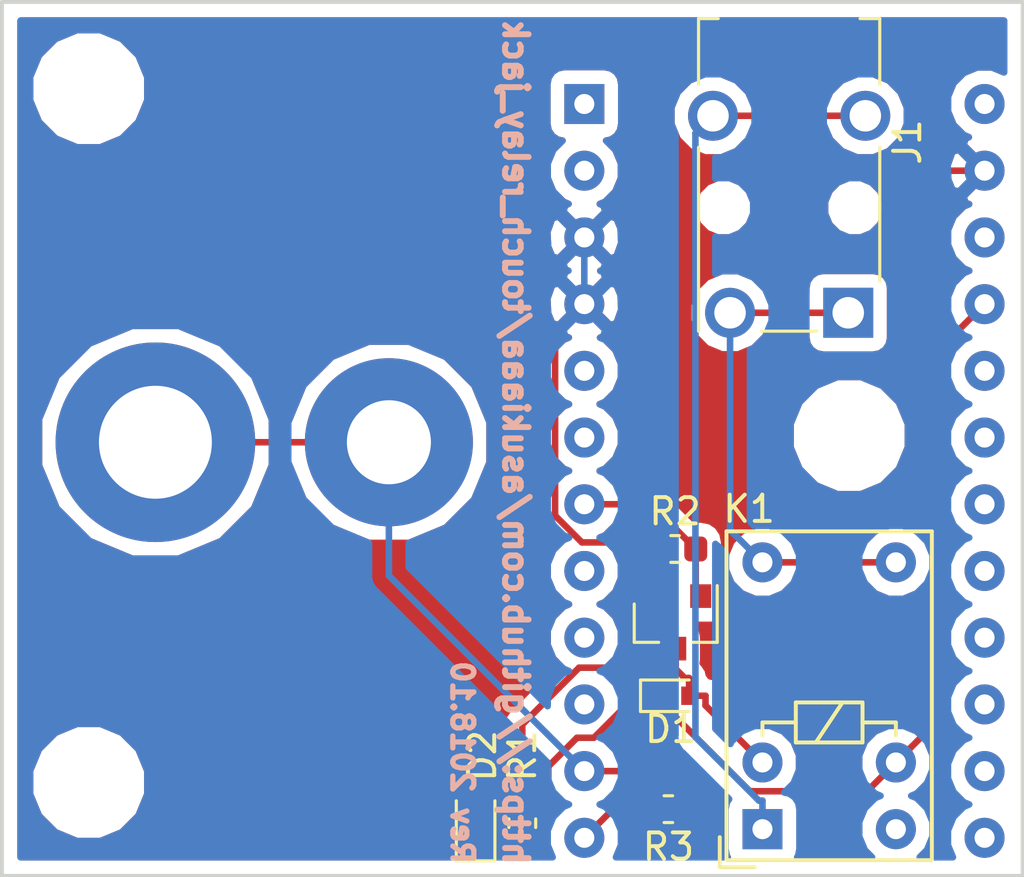
<source format=kicad_pcb>
(kicad_pcb (version 20171130) (host pcbnew 5.0.1-33cea8e~66~ubuntu18.04.1)

  (general
    (thickness 1.6)
    (drawings 6)
    (tracks 62)
    (zones 0)
    (modules 14)
    (nets 28)
  )

  (page A4)
  (layers
    (0 F.Cu signal hide)
    (31 B.Cu signal hide)
    (32 B.Adhes user)
    (33 F.Adhes user)
    (34 B.Paste user)
    (35 F.Paste user)
    (36 B.SilkS user)
    (37 F.SilkS user)
    (38 B.Mask user)
    (39 F.Mask user)
    (40 Dwgs.User user)
    (41 Cmts.User user)
    (42 Eco1.User user)
    (43 Eco2.User user)
    (44 Edge.Cuts user)
    (45 Margin user)
    (46 B.CrtYd user)
    (47 F.CrtYd user)
    (48 B.Fab user)
    (49 F.Fab user)
  )

  (setup
    (last_trace_width 0.25)
    (trace_clearance 0.2)
    (zone_clearance 0.508)
    (zone_45_only no)
    (trace_min 0.2)
    (segment_width 0.2)
    (edge_width 0.15)
    (via_size 0.8)
    (via_drill 0.4)
    (via_min_size 0.4)
    (via_min_drill 0.3)
    (uvia_size 0.3)
    (uvia_drill 0.1)
    (uvias_allowed no)
    (uvia_min_size 0.2)
    (uvia_min_drill 0.1)
    (pcb_text_width 0.3)
    (pcb_text_size 1.5 1.5)
    (mod_edge_width 0.15)
    (mod_text_size 1 1)
    (mod_text_width 0.15)
    (pad_size 1.524 1.524)
    (pad_drill 0.762)
    (pad_to_mask_clearance 0.051)
    (solder_mask_min_width 0.25)
    (aux_axis_origin 0 0)
    (visible_elements FFFFFF7F)
    (pcbplotparams
      (layerselection 0x010fc_ffffffff)
      (usegerberextensions false)
      (usegerberattributes false)
      (usegerberadvancedattributes false)
      (creategerberjobfile false)
      (excludeedgelayer true)
      (linewidth 0.100000)
      (plotframeref false)
      (viasonmask false)
      (mode 1)
      (useauxorigin false)
      (hpglpennumber 1)
      (hpglpenspeed 20)
      (hpglpendiameter 15.000000)
      (psnegative false)
      (psa4output false)
      (plotreference true)
      (plotvalue true)
      (plotinvisibletext false)
      (padsonsilk false)
      (subtractmaskfromsilk false)
      (outputformat 1)
      (mirror false)
      (drillshape 1)
      (scaleselection 1)
      (outputdirectory ""))
  )

  (net 0 "")
  (net 1 "Net-(A1-Pad1)")
  (net 2 "Net-(A1-Pad2)")
  (net 3 GND)
  (net 4 "Net-(A1-Pad5)")
  (net 5 "Net-(A1-Pad6)")
  (net 6 Relay)
  (net 7 "Net-(A1-Pad8)")
  (net 8 "Net-(A1-Pad9)")
  (net 9 "Net-(A1-Pad10)")
  (net 10 "Net-(A1-Pad11)")
  (net 11 "Net-(A1-Pad12)")
  (net 12 "Net-(A1-Pad13)")
  (net 13 "Net-(A1-Pad14)")
  (net 14 "Net-(A1-Pad15)")
  (net 15 "Net-(A1-Pad16)")
  (net 16 "Net-(A1-Pad17)")
  (net 17 "Net-(A1-Pad18)")
  (net 18 "Net-(A1-Pad19)")
  (net 19 "Net-(A1-Pad20)")
  (net 20 +5V)
  (net 21 "Net-(A1-Pad22)")
  (net 22 "Net-(A1-Pad24)")
  (net 23 "Net-(D1-Pad2)")
  (net 24 "Net-(J1-PadT)")
  (net 25 "Net-(J1-PadR)")
  (net 26 "Net-(K1-Pad2)")
  (net 27 "Net-(D2-Pad1)")

  (net_class Default "This is the default net class."
    (clearance 0.2)
    (trace_width 0.25)
    (via_dia 0.8)
    (via_drill 0.4)
    (uvia_dia 0.3)
    (uvia_drill 0.1)
    (add_net +5V)
    (add_net GND)
    (add_net "Net-(A1-Pad1)")
    (add_net "Net-(A1-Pad10)")
    (add_net "Net-(A1-Pad11)")
    (add_net "Net-(A1-Pad12)")
    (add_net "Net-(A1-Pad13)")
    (add_net "Net-(A1-Pad14)")
    (add_net "Net-(A1-Pad15)")
    (add_net "Net-(A1-Pad16)")
    (add_net "Net-(A1-Pad17)")
    (add_net "Net-(A1-Pad18)")
    (add_net "Net-(A1-Pad19)")
    (add_net "Net-(A1-Pad2)")
    (add_net "Net-(A1-Pad20)")
    (add_net "Net-(A1-Pad22)")
    (add_net "Net-(A1-Pad24)")
    (add_net "Net-(A1-Pad5)")
    (add_net "Net-(A1-Pad6)")
    (add_net "Net-(A1-Pad8)")
    (add_net "Net-(A1-Pad9)")
    (add_net "Net-(D1-Pad2)")
    (add_net "Net-(D2-Pad1)")
    (add_net "Net-(J1-PadR)")
    (add_net "Net-(J1-PadT)")
    (add_net "Net-(K1-Pad2)")
    (add_net Relay)
  )

  (module Module:Pro_Micro (layer F.Cu) (tedit 5BC6DDD4) (tstamp 5BD34D96)
    (at 112.851 101.421)
    (path /5BC6F1D0)
    (fp_text reference A1 (at 0 -17.78) (layer F.SilkS) hide
      (effects (font (size 1 1) (thickness 0.15)))
    )
    (fp_text value Pro_Micro (at 0 -19.05) (layer F.Fab)
      (effects (font (size 1 1) (thickness 0.15)))
    )
    (fp_line (start -8.89 16.51) (end -8.89 -16.51) (layer F.Fab) (width 0.15))
    (fp_line (start -8.89 -16.51) (end 8.89 -16.51) (layer F.Fab) (width 0.15))
    (fp_line (start 8.89 -16.51) (end 8.89 16.51) (layer F.Fab) (width 0.15))
    (fp_line (start 8.89 16.51) (end -8.89 16.51) (layer F.Fab) (width 0.15))
    (pad 1 thru_hole rect (at -7.62 -12.7) (size 1.524 1.524) (drill 0.762) (layers *.Cu *.Mask)
      (net 1 "Net-(A1-Pad1)"))
    (pad 2 thru_hole circle (at -7.62 -10.16) (size 1.524 1.524) (drill 0.762) (layers *.Cu *.Mask)
      (net 2 "Net-(A1-Pad2)"))
    (pad 3 thru_hole circle (at -7.62 -7.62) (size 1.524 1.524) (drill 0.762) (layers *.Cu *.Mask)
      (net 3 GND))
    (pad 4 thru_hole circle (at -7.62 -5.08) (size 1.524 1.524) (drill 0.762) (layers *.Cu *.Mask)
      (net 3 GND))
    (pad 5 thru_hole circle (at -7.62 -2.54) (size 1.524 1.524) (drill 0.762) (layers *.Cu *.Mask)
      (net 4 "Net-(A1-Pad5)"))
    (pad 6 thru_hole circle (at -7.62 0) (size 1.524 1.524) (drill 0.762) (layers *.Cu *.Mask)
      (net 5 "Net-(A1-Pad6)"))
    (pad 7 thru_hole circle (at -7.62 2.54) (size 1.524 1.524) (drill 0.762) (layers *.Cu *.Mask)
      (net 6 Relay))
    (pad 8 thru_hole circle (at -7.62 5.08) (size 1.524 1.524) (drill 0.762) (layers *.Cu *.Mask)
      (net 7 "Net-(A1-Pad8)"))
    (pad 9 thru_hole circle (at -7.62 7.62) (size 1.524 1.524) (drill 0.762) (layers *.Cu *.Mask)
      (net 8 "Net-(A1-Pad9)"))
    (pad 10 thru_hole circle (at -7.62 10.16) (size 1.524 1.524) (drill 0.762) (layers *.Cu *.Mask)
      (net 9 "Net-(A1-Pad10)"))
    (pad 11 thru_hole circle (at -7.62 12.7) (size 1.524 1.524) (drill 0.762) (layers *.Cu *.Mask)
      (net 10 "Net-(A1-Pad11)"))
    (pad 12 thru_hole circle (at -7.62 15.24) (size 1.524 1.524) (drill 0.762) (layers *.Cu *.Mask)
      (net 11 "Net-(A1-Pad12)"))
    (pad 13 thru_hole circle (at 7.62 15.24) (size 1.524 1.524) (drill 0.762) (layers *.Cu *.Mask)
      (net 12 "Net-(A1-Pad13)"))
    (pad 14 thru_hole circle (at 7.62 12.7) (size 1.524 1.524) (drill 0.762) (layers *.Cu *.Mask)
      (net 13 "Net-(A1-Pad14)"))
    (pad 15 thru_hole circle (at 7.62 10.16) (size 1.524 1.524) (drill 0.762) (layers *.Cu *.Mask)
      (net 14 "Net-(A1-Pad15)"))
    (pad 16 thru_hole circle (at 7.62 7.62) (size 1.524 1.524) (drill 0.762) (layers *.Cu *.Mask)
      (net 15 "Net-(A1-Pad16)"))
    (pad 17 thru_hole circle (at 7.62 5.08) (size 1.524 1.524) (drill 0.762) (layers *.Cu *.Mask)
      (net 16 "Net-(A1-Pad17)"))
    (pad 18 thru_hole circle (at 7.62 2.54) (size 1.524 1.524) (drill 0.762) (layers *.Cu *.Mask)
      (net 17 "Net-(A1-Pad18)"))
    (pad 19 thru_hole circle (at 7.62 0) (size 1.524 1.524) (drill 0.762) (layers *.Cu *.Mask)
      (net 18 "Net-(A1-Pad19)"))
    (pad 20 thru_hole circle (at 7.62 -2.54) (size 1.524 1.524) (drill 0.762) (layers *.Cu *.Mask)
      (net 19 "Net-(A1-Pad20)"))
    (pad 21 thru_hole circle (at 7.62 -5.08) (size 1.524 1.524) (drill 0.762) (layers *.Cu *.Mask)
      (net 20 +5V))
    (pad 22 thru_hole circle (at 7.62 -7.62) (size 1.524 1.524) (drill 0.762) (layers *.Cu *.Mask)
      (net 21 "Net-(A1-Pad22)"))
    (pad 23 thru_hole circle (at 7.62 -10.16) (size 1.524 1.524) (drill 0.762) (layers *.Cu *.Mask)
      (net 3 GND))
    (pad 24 thru_hole circle (at 7.62 -12.7) (size 1.524 1.524) (drill 0.762) (layers *.Cu *.Mask)
      (net 22 "Net-(A1-Pad24)"))
  )

  (module Diode_SMD:D_SOD-523 (layer F.Cu) (tedit 586419F0) (tstamp 5BD34DAE)
    (at 108.52 111.252)
    (descr "http://www.diodes.com/datasheets/ap02001.pdf p.144")
    (tags "Diode SOD523")
    (path /5BC71B93)
    (attr smd)
    (fp_text reference D1 (at 0 1.27) (layer F.SilkS)
      (effects (font (size 1 1) (thickness 0.15)))
    )
    (fp_text value D_Shockley (at 0 1.4) (layer F.Fab)
      (effects (font (size 1 1) (thickness 0.15)))
    )
    (fp_text user %R (at 0 -1.3) (layer F.Fab)
      (effects (font (size 1 1) (thickness 0.15)))
    )
    (fp_line (start -1.15 -0.6) (end -1.15 0.6) (layer F.SilkS) (width 0.12))
    (fp_line (start 1.25 -0.7) (end 1.25 0.7) (layer F.CrtYd) (width 0.05))
    (fp_line (start -1.25 -0.7) (end 1.25 -0.7) (layer F.CrtYd) (width 0.05))
    (fp_line (start -1.25 0.7) (end -1.25 -0.7) (layer F.CrtYd) (width 0.05))
    (fp_line (start 1.25 0.7) (end -1.25 0.7) (layer F.CrtYd) (width 0.05))
    (fp_line (start 0.1 0) (end 0.25 0) (layer F.Fab) (width 0.1))
    (fp_line (start 0.1 -0.2) (end -0.2 0) (layer F.Fab) (width 0.1))
    (fp_line (start 0.1 0.2) (end 0.1 -0.2) (layer F.Fab) (width 0.1))
    (fp_line (start -0.2 0) (end 0.1 0.2) (layer F.Fab) (width 0.1))
    (fp_line (start -0.2 0) (end -0.35 0) (layer F.Fab) (width 0.1))
    (fp_line (start -0.2 0.2) (end -0.2 -0.2) (layer F.Fab) (width 0.1))
    (fp_line (start 0.65 -0.45) (end 0.65 0.45) (layer F.Fab) (width 0.1))
    (fp_line (start -0.65 -0.45) (end 0.65 -0.45) (layer F.Fab) (width 0.1))
    (fp_line (start -0.65 0.45) (end -0.65 -0.45) (layer F.Fab) (width 0.1))
    (fp_line (start 0.65 0.45) (end -0.65 0.45) (layer F.Fab) (width 0.1))
    (fp_line (start 0.7 -0.6) (end -1.15 -0.6) (layer F.SilkS) (width 0.12))
    (fp_line (start 0.7 0.6) (end -1.15 0.6) (layer F.SilkS) (width 0.12))
    (pad 2 smd rect (at 0.7 0 180) (size 0.6 0.7) (layers F.Cu F.Paste F.Mask)
      (net 23 "Net-(D1-Pad2)"))
    (pad 1 smd rect (at -0.7 0 180) (size 0.6 0.7) (layers F.Cu F.Paste F.Mask)
      (net 20 +5V))
    (model ${KISYS3DMOD}/Diode_SMD.3dshapes/D_SOD-523.wrl
      (at (xyz 0 0 0))
      (scale (xyz 1 1 1))
      (rotate (xyz 0 0 0))
    )
  )

  (module LED_SMD:LED_0603_1608Metric (layer F.Cu) (tedit 5B301BBE) (tstamp 5BD34DC1)
    (at 101.092 116.052 90)
    (descr "LED SMD 0603 (1608 Metric), square (rectangular) end terminal, IPC_7351 nominal, (Body size source: http://www.tortai-tech.com/upload/download/2011102023233369053.pdf), generated with kicad-footprint-generator")
    (tags diode)
    (path /5BC71D06)
    (attr smd)
    (fp_text reference D2 (at 2.5145 0.254 90) (layer F.SilkS)
      (effects (font (size 1 1) (thickness 0.15)))
    )
    (fp_text value LED (at 0 1.43 90) (layer F.Fab)
      (effects (font (size 1 1) (thickness 0.15)))
    )
    (fp_line (start 0.8 -0.4) (end -0.5 -0.4) (layer F.Fab) (width 0.1))
    (fp_line (start -0.5 -0.4) (end -0.8 -0.1) (layer F.Fab) (width 0.1))
    (fp_line (start -0.8 -0.1) (end -0.8 0.4) (layer F.Fab) (width 0.1))
    (fp_line (start -0.8 0.4) (end 0.8 0.4) (layer F.Fab) (width 0.1))
    (fp_line (start 0.8 0.4) (end 0.8 -0.4) (layer F.Fab) (width 0.1))
    (fp_line (start 0.8 -0.735) (end -1.485 -0.735) (layer F.SilkS) (width 0.12))
    (fp_line (start -1.485 -0.735) (end -1.485 0.735) (layer F.SilkS) (width 0.12))
    (fp_line (start -1.485 0.735) (end 0.8 0.735) (layer F.SilkS) (width 0.12))
    (fp_line (start -1.48 0.73) (end -1.48 -0.73) (layer F.CrtYd) (width 0.05))
    (fp_line (start -1.48 -0.73) (end 1.48 -0.73) (layer F.CrtYd) (width 0.05))
    (fp_line (start 1.48 -0.73) (end 1.48 0.73) (layer F.CrtYd) (width 0.05))
    (fp_line (start 1.48 0.73) (end -1.48 0.73) (layer F.CrtYd) (width 0.05))
    (fp_text user %R (at 0 0 90) (layer F.Fab)
      (effects (font (size 0.4 0.4) (thickness 0.06)))
    )
    (pad 1 smd roundrect (at -0.7875 0 90) (size 0.875 0.95) (layers F.Cu F.Paste F.Mask) (roundrect_rratio 0.25)
      (net 27 "Net-(D2-Pad1)"))
    (pad 2 smd roundrect (at 0.7875 0 90) (size 0.875 0.95) (layers F.Cu F.Paste F.Mask) (roundrect_rratio 0.25)
      (net 20 +5V))
    (model ${KISYS3DMOD}/LED_SMD.3dshapes/LED_0603_1608Metric.wrl
      (at (xyz 0 0 0))
      (scale (xyz 1 1 1))
      (rotate (xyz 0 0 0))
    )
  )

  (module MountingHole:MountingHole_4.3mm_M4_ISO7380_Pad (layer F.Cu) (tedit 5BC6DDCD) (tstamp 5BD34DC9)
    (at 88.9 101.6)
    (descr "Mounting Hole 4.3mm, M4, ISO7380")
    (tags "mounting hole 4.3mm m4 iso7380")
    (path /5BC772E4)
    (attr virtual)
    (fp_text reference H1 (at 0 -4.8) (layer F.SilkS) hide
      (effects (font (size 1 1) (thickness 0.15)))
    )
    (fp_text value M4Hole (at 0 4.8) (layer F.Fab)
      (effects (font (size 1 1) (thickness 0.15)))
    )
    (fp_text user %R (at 0.3 0) (layer F.Fab)
      (effects (font (size 1 1) (thickness 0.15)))
    )
    (fp_circle (center 0 0) (end 3.8 0) (layer Cmts.User) (width 0.15))
    (fp_circle (center 0 0) (end 4.05 0) (layer F.CrtYd) (width 0.05))
    (pad 1 thru_hole circle (at 0 0) (size 7.6 7.6) (drill 4.3) (layers *.Cu *.Mask)
      (net 10 "Net-(A1-Pad11)"))
  )

  (module Connector_Audio:Jack_3.5mm_Switronic_ST-005-G_horizontal (layer F.Cu) (tedit 5BC484D9) (tstamp 5BD34DE8)
    (at 113.03 90.17 270)
    (descr http://akizukidenshi.com/download/ds/switronic/ST-005-G.pdf)
    (tags "Connector Audio Switronic ST-005-G")
    (path /5BC6F2BC)
    (fp_text reference J1 (at 0 -4.5 270) (layer F.SilkS)
      (effects (font (size 1 1) (thickness 0.15)))
    )
    (fp_text value AudioJack3_Ground (at 0 4.5 270) (layer F.Fab)
      (effects (font (size 1 1) (thickness 0.15)))
    )
    (fp_circle (center 6.5 -1.05) (end 6.8 -1.05) (layer F.Fab) (width 0.1))
    (fp_line (start -7.5 -3.75) (end -7.5 3.75) (layer F.CrtYd) (width 0.05))
    (fp_line (start -7.5 3.75) (end 7.5 3.75) (layer F.CrtYd) (width 0.05))
    (fp_line (start 7.5 3.75) (end 7.5 -3.75) (layer F.CrtYd) (width 0.05))
    (fp_line (start 7.5 -3.75) (end -7.5 -3.75) (layer F.CrtYd) (width 0.05))
    (fp_line (start -7 -2.5) (end -4.5 -2.5) (layer F.Fab) (width 0.1))
    (fp_line (start -4.5 -2.5) (end -4.5 -3.25) (layer F.Fab) (width 0.1))
    (fp_line (start -4.5 -3.25) (end 7 -3.25) (layer F.Fab) (width 0.1))
    (fp_line (start 7 -3.25) (end 7 3.25) (layer F.Fab) (width 0.1))
    (fp_line (start 7 3.25) (end -4.5 3.25) (layer F.Fab) (width 0.1))
    (fp_line (start -4.5 3.25) (end -4.5 2.5) (layer F.Fab) (width 0.1))
    (fp_line (start -4.5 2.5) (end -7 2.5) (layer F.Fab) (width 0.1))
    (fp_line (start -7 2.5) (end -7 -2.5) (layer F.Fab) (width 0.1))
    (fp_line (start -2.2 3.45) (end -4.7 3.45) (layer F.SilkS) (width 0.12))
    (fp_line (start -4.7 3.45) (end -4.7 2.7) (layer F.SilkS) (width 0.12))
    (fp_line (start -4.7 -2.7) (end -4.7 -3.45) (layer F.SilkS) (width 0.12))
    (fp_line (start -4.7 -3.45) (end -2.2 -3.45) (layer F.SilkS) (width 0.12))
    (fp_line (start 0.2 -3.45) (end 5.3 -3.45) (layer F.SilkS) (width 0.12))
    (fp_line (start 0.2 3.45) (end 7.2 3.45) (layer F.SilkS) (width 0.12))
    (fp_line (start 7.2 -1.05) (end 7.2 1.05) (layer F.SilkS) (width 0.12))
    (fp_text user %R (at 0 0 270) (layer F.Fab)
      (effects (font (size 0.7 0.7) (thickness 0.1)))
    )
    (pad T thru_hole circle (at -1 -2.9 270) (size 1.9 1.9) (drill 1.2) (layers *.Cu *.Mask)
      (net 24 "Net-(J1-PadT)"))
    (pad T thru_hole circle (at -1 2.9 270) (size 1.9 1.9) (drill 1.2) (layers *.Cu *.Mask)
      (net 24 "Net-(J1-PadT)"))
    (pad R thru_hole rect (at 6.5 -2.25 270) (size 1.9 1.9) (drill 1.2) (layers *.Cu *.Mask)
      (net 25 "Net-(J1-PadR)"))
    (pad S thru_hole circle (at 6.5 2.25 270) (size 1.9 1.9) (drill 1.2) (layers *.Cu *.Mask)
      (net 25 "Net-(J1-PadR)"))
    (pad "" np_thru_hole circle (at 2.5 2.5 270) (size 1 1) (drill 1) (layers *.Cu *.Mask))
    (pad "" np_thru_hole circle (at 2.5 -2.5 270) (size 1 1) (drill 1) (layers *.Cu *.Mask))
    (model ${KISYS3DMOD}/Connector_Audio.3dshapes/Jack_3.5mm_Switronic_ST-005-G_horizontal.wrl
      (at (xyz 0 0 0))
      (scale (xyz 1 1 1))
      (rotate (xyz 0 0 0))
    )
  )

  (module Relay_THT:Relay_SPDT_HsinDa_Y14 (layer F.Cu) (tedit 5BC6DE0B) (tstamp 5BD34E0B)
    (at 112.014 116.332 90)
    (descr http://www.hsinda.com.cn/en/ProductShow.asp?ID=208)
    (tags "Relay Y14")
    (path /5BC6F376)
    (fp_text reference K1 (at 12.192 -0.508 180) (layer F.SilkS)
      (effects (font (size 1 1) (thickness 0.15)))
    )
    (fp_text value Y14x-1C-xxDS (at 5.08 7.3914 90) (layer F.Fab)
      (effects (font (size 1 1) (thickness 0.15)))
    )
    (fp_line (start -1.18 -1.37) (end -1.18 6.45) (layer F.SilkS) (width 0.15))
    (fp_line (start -1.18 6.45) (end 11.34 6.45) (layer F.SilkS) (width 0.15))
    (fp_line (start 11.34 6.45) (end 11.34 -1.37) (layer F.SilkS) (width 0.15))
    (fp_line (start 11.34 -1.37) (end -1.18 -1.37) (layer F.SilkS) (width 0.15))
    (fp_text user %R (at 7.874 2.54 90) (layer F.Fab)
      (effects (font (size 1 1) (thickness 0.15)))
    )
    (fp_line (start 11.23 6.34) (end -1.07 6.34) (layer F.Fab) (width 0.15))
    (fp_line (start -1.07 6.34) (end -1.07 -0.5461) (layer F.Fab) (width 0.15))
    (fp_line (start -0.381 -1.26) (end 11.23 -1.26) (layer F.Fab) (width 0.15))
    (fp_line (start 11.23 -1.26) (end 11.23 6.34) (layer F.Fab) (width 0.15))
    (fp_line (start 11.48 -1.51) (end -1.32 -1.51) (layer F.CrtYd) (width 0.05))
    (fp_line (start -1.32 -1.51) (end -1.32 6.59) (layer F.CrtYd) (width 0.05))
    (fp_line (start -1.32 6.59) (end 11.48 6.59) (layer F.CrtYd) (width 0.05))
    (fp_line (start 11.48 6.59) (end 11.48 -1.51) (layer F.CrtYd) (width 0.05))
    (fp_line (start -0.381 -1.2446) (end -1.0795 -0.5461) (layer F.Fab) (width 0.15))
    (fp_line (start -0.3048 -1.6256) (end -1.4478 -1.6256) (layer F.SilkS) (width 0.15))
    (fp_line (start -1.4478 -1.6256) (end -1.4478 -0.2921) (layer F.SilkS) (width 0.15))
    (fp_line (start 3.556 0) (end 4.064 0) (layer F.SilkS) (width 0.15))
    (fp_line (start 4.064 0) (end 4.064 1.27) (layer F.SilkS) (width 0.15))
    (fp_line (start 4.064 3.81) (end 4.064 5.08) (layer F.SilkS) (width 0.15))
    (fp_line (start 4.064 5.08) (end 3.556 5.08) (layer F.SilkS) (width 0.15))
    (fp_line (start 3.302 1.27) (end 4.826 1.27) (layer F.SilkS) (width 0.15))
    (fp_line (start 4.826 1.27) (end 4.826 3.81) (layer F.SilkS) (width 0.15))
    (fp_line (start 4.826 3.81) (end 3.302 3.81) (layer F.SilkS) (width 0.15))
    (fp_line (start 3.302 3.81) (end 3.302 1.27) (layer F.SilkS) (width 0.15))
    (fp_line (start 3.302 2.032) (end 4.826 3.048) (layer F.SilkS) (width 0.15))
    (pad 1 thru_hole rect (at 0 0 90) (size 1.524 1.524) (drill 0.762) (layers *.Cu *.Mask)
      (net 24 "Net-(J1-PadT)"))
    (pad 2 thru_hole circle (at 0 5.08 90) (size 1.524 1.524) (drill 0.762) (layers *.Cu *.Mask)
      (net 26 "Net-(K1-Pad2)"))
    (pad 3 thru_hole circle (at 2.54 0 90) (size 1.524 1.524) (drill 0.762) (layers *.Cu *.Mask)
      (net 23 "Net-(D1-Pad2)"))
    (pad 4 thru_hole circle (at 2.54 5.08 90) (size 1.524 1.524) (drill 0.762) (layers *.Cu *.Mask)
      (net 20 +5V))
    (pad 5 thru_hole circle (at 10.16 0 90) (size 1.524 1.524) (drill 0.762) (layers *.Cu *.Mask)
      (net 25 "Net-(J1-PadR)"))
    (pad 6 thru_hole circle (at 10.16 5.08 90) (size 1.524 1.524) (drill 0.762) (layers *.Cu *.Mask)
      (net 25 "Net-(J1-PadR)"))
    (model ${KISYS3DMOD}/Relay_THT.3dshapes/Relay_SPDT_HsinDa_Y14.wrl
      (at (xyz 0 0 0))
      (scale (xyz 1 1 1))
      (rotate (xyz 0 0 0))
    )
  )

  (module Package_TO_SOT_SMD:SOT-23 (layer F.Cu) (tedit 5BC6DDDF) (tstamp 5BD34E20)
    (at 108.712 108.458 270)
    (descr "SOT-23, Standard")
    (tags SOT-23)
    (path /5BC7161B)
    (attr smd)
    (fp_text reference Q1 (at 0 -2.5 270) (layer F.SilkS) hide
      (effects (font (size 1 1) (thickness 0.15)))
    )
    (fp_text value Q_NMOS_GSD (at 0 2.5 270) (layer F.Fab)
      (effects (font (size 1 1) (thickness 0.15)))
    )
    (fp_text user %R (at 0 0) (layer F.Fab)
      (effects (font (size 0.5 0.5) (thickness 0.075)))
    )
    (fp_line (start -0.7 -0.95) (end -0.7 1.5) (layer F.Fab) (width 0.1))
    (fp_line (start -0.15 -1.52) (end 0.7 -1.52) (layer F.Fab) (width 0.1))
    (fp_line (start -0.7 -0.95) (end -0.15 -1.52) (layer F.Fab) (width 0.1))
    (fp_line (start 0.7 -1.52) (end 0.7 1.52) (layer F.Fab) (width 0.1))
    (fp_line (start -0.7 1.52) (end 0.7 1.52) (layer F.Fab) (width 0.1))
    (fp_line (start 0.76 1.58) (end 0.76 0.65) (layer F.SilkS) (width 0.12))
    (fp_line (start 0.76 -1.58) (end 0.76 -0.65) (layer F.SilkS) (width 0.12))
    (fp_line (start -1.7 -1.75) (end 1.7 -1.75) (layer F.CrtYd) (width 0.05))
    (fp_line (start 1.7 -1.75) (end 1.7 1.75) (layer F.CrtYd) (width 0.05))
    (fp_line (start 1.7 1.75) (end -1.7 1.75) (layer F.CrtYd) (width 0.05))
    (fp_line (start -1.7 1.75) (end -1.7 -1.75) (layer F.CrtYd) (width 0.05))
    (fp_line (start 0.76 -1.58) (end -1.4 -1.58) (layer F.SilkS) (width 0.12))
    (fp_line (start 0.76 1.58) (end -0.7 1.58) (layer F.SilkS) (width 0.12))
    (pad 1 smd rect (at -1 -0.95 270) (size 0.9 0.8) (layers F.Cu F.Paste F.Mask)
      (net 6 Relay))
    (pad 2 smd rect (at -1 0.95 270) (size 0.9 0.8) (layers F.Cu F.Paste F.Mask)
      (net 3 GND))
    (pad 3 smd rect (at 1 0 270) (size 0.9 0.8) (layers F.Cu F.Paste F.Mask)
      (net 23 "Net-(D1-Pad2)"))
    (model ${KISYS3DMOD}/Package_TO_SOT_SMD.3dshapes/SOT-23.wrl
      (at (xyz 0 0 0))
      (scale (xyz 1 1 1))
      (rotate (xyz 0 0 0))
    )
  )

  (module Resistor_SMD:R_0603_1608Metric (layer F.Cu) (tedit 5B301BBD) (tstamp 5BD34E31)
    (at 102.87 116.104 270)
    (descr "Resistor SMD 0603 (1608 Metric), square (rectangular) end terminal, IPC_7351 nominal, (Body size source: http://www.tortai-tech.com/upload/download/2011102023233369053.pdf), generated with kicad-footprint-generator")
    (tags resistor)
    (path /5BC71C21)
    (attr smd)
    (fp_text reference R1 (at -2.5655 0 270) (layer F.SilkS)
      (effects (font (size 1 1) (thickness 0.15)))
    )
    (fp_text value 1K (at 0 1.43 270) (layer F.Fab)
      (effects (font (size 1 1) (thickness 0.15)))
    )
    (fp_line (start -0.8 0.4) (end -0.8 -0.4) (layer F.Fab) (width 0.1))
    (fp_line (start -0.8 -0.4) (end 0.8 -0.4) (layer F.Fab) (width 0.1))
    (fp_line (start 0.8 -0.4) (end 0.8 0.4) (layer F.Fab) (width 0.1))
    (fp_line (start 0.8 0.4) (end -0.8 0.4) (layer F.Fab) (width 0.1))
    (fp_line (start -0.162779 -0.51) (end 0.162779 -0.51) (layer F.SilkS) (width 0.12))
    (fp_line (start -0.162779 0.51) (end 0.162779 0.51) (layer F.SilkS) (width 0.12))
    (fp_line (start -1.48 0.73) (end -1.48 -0.73) (layer F.CrtYd) (width 0.05))
    (fp_line (start -1.48 -0.73) (end 1.48 -0.73) (layer F.CrtYd) (width 0.05))
    (fp_line (start 1.48 -0.73) (end 1.48 0.73) (layer F.CrtYd) (width 0.05))
    (fp_line (start 1.48 0.73) (end -1.48 0.73) (layer F.CrtYd) (width 0.05))
    (fp_text user %R (at 0 0 270) (layer F.Fab)
      (effects (font (size 0.4 0.4) (thickness 0.06)))
    )
    (pad 1 smd roundrect (at -0.7875 0 270) (size 0.875 0.95) (layers F.Cu F.Paste F.Mask) (roundrect_rratio 0.25)
      (net 23 "Net-(D1-Pad2)"))
    (pad 2 smd roundrect (at 0.7875 0 270) (size 0.875 0.95) (layers F.Cu F.Paste F.Mask) (roundrect_rratio 0.25)
      (net 27 "Net-(D2-Pad1)"))
    (model ${KISYS3DMOD}/Resistor_SMD.3dshapes/R_0603_1608Metric.wrl
      (at (xyz 0 0 0))
      (scale (xyz 1 1 1))
      (rotate (xyz 0 0 0))
    )
  )

  (module Resistor_SMD:R_0603_1608Metric (layer F.Cu) (tedit 5B301BBD) (tstamp 5BD34E42)
    (at 108.686 105.664)
    (descr "Resistor SMD 0603 (1608 Metric), square (rectangular) end terminal, IPC_7351 nominal, (Body size source: http://www.tortai-tech.com/upload/download/2011102023233369053.pdf), generated with kicad-footprint-generator")
    (tags resistor)
    (path /5BC72565)
    (attr smd)
    (fp_text reference R2 (at 0 -1.43) (layer F.SilkS)
      (effects (font (size 1 1) (thickness 0.15)))
    )
    (fp_text value 1K (at 0 1.43) (layer F.Fab)
      (effects (font (size 1 1) (thickness 0.15)))
    )
    (fp_text user %R (at 0 0) (layer F.Fab)
      (effects (font (size 0.4 0.4) (thickness 0.06)))
    )
    (fp_line (start 1.48 0.73) (end -1.48 0.73) (layer F.CrtYd) (width 0.05))
    (fp_line (start 1.48 -0.73) (end 1.48 0.73) (layer F.CrtYd) (width 0.05))
    (fp_line (start -1.48 -0.73) (end 1.48 -0.73) (layer F.CrtYd) (width 0.05))
    (fp_line (start -1.48 0.73) (end -1.48 -0.73) (layer F.CrtYd) (width 0.05))
    (fp_line (start -0.162779 0.51) (end 0.162779 0.51) (layer F.SilkS) (width 0.12))
    (fp_line (start -0.162779 -0.51) (end 0.162779 -0.51) (layer F.SilkS) (width 0.12))
    (fp_line (start 0.8 0.4) (end -0.8 0.4) (layer F.Fab) (width 0.1))
    (fp_line (start 0.8 -0.4) (end 0.8 0.4) (layer F.Fab) (width 0.1))
    (fp_line (start -0.8 -0.4) (end 0.8 -0.4) (layer F.Fab) (width 0.1))
    (fp_line (start -0.8 0.4) (end -0.8 -0.4) (layer F.Fab) (width 0.1))
    (pad 2 smd roundrect (at 0.7875 0) (size 0.875 0.95) (layers F.Cu F.Paste F.Mask) (roundrect_rratio 0.25)
      (net 6 Relay))
    (pad 1 smd roundrect (at -0.7875 0) (size 0.875 0.95) (layers F.Cu F.Paste F.Mask) (roundrect_rratio 0.25)
      (net 3 GND))
    (model ${KISYS3DMOD}/Resistor_SMD.3dshapes/R_0603_1608Metric.wrl
      (at (xyz 0 0 0))
      (scale (xyz 1 1 1))
      (rotate (xyz 0 0 0))
    )
  )

  (module Resistor_SMD:R_0603_1608Metric (layer F.Cu) (tedit 5B301BBD) (tstamp 5BD34E53)
    (at 108.432 115.57 180)
    (descr "Resistor SMD 0603 (1608 Metric), square (rectangular) end terminal, IPC_7351 nominal, (Body size source: http://www.tortai-tech.com/upload/download/2011102023233369053.pdf), generated with kicad-footprint-generator")
    (tags resistor)
    (path /5BC773B1)
    (attr smd)
    (fp_text reference R3 (at 0 -1.43 180) (layer F.SilkS)
      (effects (font (size 1 1) (thickness 0.15)))
    )
    (fp_text value 1M (at 0 1.43 180) (layer F.Fab)
      (effects (font (size 1 1) (thickness 0.15)))
    )
    (fp_line (start -0.8 0.4) (end -0.8 -0.4) (layer F.Fab) (width 0.1))
    (fp_line (start -0.8 -0.4) (end 0.8 -0.4) (layer F.Fab) (width 0.1))
    (fp_line (start 0.8 -0.4) (end 0.8 0.4) (layer F.Fab) (width 0.1))
    (fp_line (start 0.8 0.4) (end -0.8 0.4) (layer F.Fab) (width 0.1))
    (fp_line (start -0.162779 -0.51) (end 0.162779 -0.51) (layer F.SilkS) (width 0.12))
    (fp_line (start -0.162779 0.51) (end 0.162779 0.51) (layer F.SilkS) (width 0.12))
    (fp_line (start -1.48 0.73) (end -1.48 -0.73) (layer F.CrtYd) (width 0.05))
    (fp_line (start -1.48 -0.73) (end 1.48 -0.73) (layer F.CrtYd) (width 0.05))
    (fp_line (start 1.48 -0.73) (end 1.48 0.73) (layer F.CrtYd) (width 0.05))
    (fp_line (start 1.48 0.73) (end -1.48 0.73) (layer F.CrtYd) (width 0.05))
    (fp_text user %R (at 0 0 180) (layer F.Fab)
      (effects (font (size 0.4 0.4) (thickness 0.06)))
    )
    (pad 1 smd roundrect (at -0.7875 0 180) (size 0.875 0.95) (layers F.Cu F.Paste F.Mask) (roundrect_rratio 0.25)
      (net 10 "Net-(A1-Pad11)"))
    (pad 2 smd roundrect (at 0.7875 0 180) (size 0.875 0.95) (layers F.Cu F.Paste F.Mask) (roundrect_rratio 0.25)
      (net 11 "Net-(A1-Pad12)"))
    (model ${KISYS3DMOD}/Resistor_SMD.3dshapes/R_0603_1608Metric.wrl
      (at (xyz 0 0 0))
      (scale (xyz 1 1 1))
      (rotate (xyz 0 0 0))
    )
  )

  (module MountingHole:MountingHole_3.2mm_M3 (layer F.Cu) (tedit 5BC6DDA4) (tstamp 5BDECD26)
    (at 115.316 101.346)
    (descr "Mounting Hole 3.2mm, no annular, M3")
    (tags "mounting hole 3.2mm no annular m3")
    (attr virtual)
    (fp_text reference REF1 (at 0 -4.2) (layer F.SilkS) hide
      (effects (font (size 1 1) (thickness 0.15)))
    )
    (fp_text value MountingHole_3.2mm_M3 (at 0 4.2) (layer F.Fab)
      (effects (font (size 1 1) (thickness 0.15)))
    )
    (fp_circle (center 0 0) (end 3.45 0) (layer F.CrtYd) (width 0.05))
    (fp_circle (center 0 0) (end 3.2 0) (layer Cmts.User) (width 0.15))
    (fp_text user %R (at 0.3 0) (layer F.Fab)
      (effects (font (size 1 1) (thickness 0.15)))
    )
    (pad 1 np_thru_hole circle (at 0 0) (size 3.2 3.2) (drill 3.2) (layers *.Cu *.Mask))
  )

  (module MountingHole:MountingHole_3.2mm_M3 (layer F.Cu) (tedit 5BC6DDB3) (tstamp 5BDECD58)
    (at 86.36 88.138)
    (descr "Mounting Hole 3.2mm, no annular, M3")
    (tags "mounting hole 3.2mm no annular m3")
    (attr virtual)
    (fp_text reference REF2 (at 0 -4.2) (layer F.SilkS) hide
      (effects (font (size 1 1) (thickness 0.15)))
    )
    (fp_text value MountingHole_3.2mm_M3 (at 0 4.2) (layer F.Fab)
      (effects (font (size 1 1) (thickness 0.15)))
    )
    (fp_circle (center 0 0) (end 3.45 0) (layer F.CrtYd) (width 0.05))
    (fp_circle (center 0 0) (end 3.2 0) (layer Cmts.User) (width 0.15))
    (fp_text user %R (at 0.3 0) (layer F.Fab)
      (effects (font (size 1 1) (thickness 0.15)))
    )
    (pad 1 np_thru_hole circle (at 0 0) (size 3.2 3.2) (drill 3.2) (layers *.Cu *.Mask))
  )

  (module MountingHole:MountingHole_3.2mm_M3 (layer F.Cu) (tedit 5BC6DDAE) (tstamp 5BDECD67)
    (at 86.36 114.554)
    (descr "Mounting Hole 3.2mm, no annular, M3")
    (tags "mounting hole 3.2mm no annular m3")
    (attr virtual)
    (fp_text reference REF3 (at 0 -4.2) (layer F.SilkS) hide
      (effects (font (size 1 1) (thickness 0.15)))
    )
    (fp_text value MountingHole_3.2mm_M3 (at 0 4.2) (layer F.Fab)
      (effects (font (size 1 1) (thickness 0.15)))
    )
    (fp_circle (center 0 0) (end 3.45 0) (layer F.CrtYd) (width 0.05))
    (fp_circle (center 0 0) (end 3.2 0) (layer Cmts.User) (width 0.15))
    (fp_text user %R (at 0.3 0) (layer F.Fab)
      (effects (font (size 1 1) (thickness 0.15)))
    )
    (pad 1 np_thru_hole circle (at 0 0) (size 3.2 3.2) (drill 3.2) (layers *.Cu *.Mask))
  )

  (module MountingHole:MountingHole_3.2mm_M3_Pad (layer F.Cu) (tedit 5BC6E230) (tstamp 5BEA3B33)
    (at 97.79 101.6)
    (descr "Mounting Hole 3.2mm, M3")
    (tags "mounting hole 3.2mm m3")
    (path /5BC6FF48)
    (attr virtual)
    (fp_text reference H2 (at 0 -4.2) (layer F.SilkS) hide
      (effects (font (size 1 1) (thickness 0.15)))
    )
    (fp_text value M3Hole (at 0 4.2) (layer F.Fab)
      (effects (font (size 1 1) (thickness 0.15)))
    )
    (fp_text user %R (at 0.3 0) (layer F.Fab)
      (effects (font (size 1 1) (thickness 0.15)))
    )
    (fp_circle (center 0 0) (end 3.2 0) (layer Cmts.User) (width 0.15))
    (fp_circle (center 0 0) (end 3.45 0) (layer F.CrtYd) (width 0.05))
    (pad 1 thru_hole circle (at 0 0) (size 6.4 6.4) (drill 3.2) (layers *.Cu *.Mask)
      (net 10 "Net-(A1-Pad11)"))
  )

  (gr_text "Rev 2018.10" (at 100.584 113.792 270) (layer B.SilkS)
    (effects (font (size 0.8 0.8) (thickness 0.2)) (justify mirror))
  )
  (gr_text https://github.com/asukiaaa/touch_relay_jack (at 102.616 101.6 270) (layer B.SilkS)
    (effects (font (size 0.9 0.9) (thickness 0.225)) (justify mirror))
  )
  (gr_line (start 121.92 84.836) (end 83.058 84.836) (layer Edge.Cuts) (width 0.15))
  (gr_line (start 121.92 118.11) (end 121.92 84.836) (layer Edge.Cuts) (width 0.15))
  (gr_line (start 83.058 118.11) (end 121.92 118.11) (layer Edge.Cuts) (width 0.15))
  (gr_line (start 83.058 84.836) (end 83.058 118.11) (layer Edge.Cuts) (width 0.15))

  (segment (start 107.762 105.8005) (end 107.8985 105.664) (width 0.25) (layer F.Cu) (net 3))
  (segment (start 107.762 107.458) (end 107.762 105.8005) (width 0.25) (layer F.Cu) (net 3))
  (segment (start 107.762 105.8005) (end 107.3751 105.4136) (width 0.25) (layer F.Cu) (net 3))
  (segment (start 107.3751 105.4136) (end 105.1396 105.4136) (width 0.25) (layer F.Cu) (net 3))
  (segment (start 105.1396 105.4136) (end 104.1187 104.3927) (width 0.25) (layer F.Cu) (net 3))
  (segment (start 104.1187 104.3927) (end 104.1187 97.4533) (width 0.25) (layer F.Cu) (net 3))
  (segment (start 104.1187 97.4533) (end 105.231 96.341) (width 0.25) (layer F.Cu) (net 3))
  (segment (start 105.231 96.341) (end 105.231 93.801) (width 0.25) (layer B.Cu) (net 3))
  (segment (start 120.471 91.261) (end 107.771 91.261) (width 0.25) (layer F.Cu) (net 3))
  (segment (start 107.771 91.261) (end 105.231 93.801) (width 0.25) (layer F.Cu) (net 3))
  (segment (start 109.4735 105.664) (end 107.7705 103.961) (width 0.25) (layer F.Cu) (net 6))
  (segment (start 107.7705 103.961) (end 105.231 103.961) (width 0.25) (layer F.Cu) (net 6))
  (segment (start 109.4735 105.664) (end 109.4735 107.458) (width 0.25) (layer F.Cu) (net 6))
  (segment (start 109.662 107.458) (end 109.4735 107.458) (width 0.25) (layer F.Cu) (net 6))
  (segment (start 97.79 101.6) (end 97.79 106.68) (width 0.25) (layer B.Cu) (net 10))
  (segment (start 97.79 106.68) (end 105.231 114.121) (width 0.25) (layer B.Cu) (net 10))
  (segment (start 109.2195 115.57) (end 107.7705 114.121) (width 0.25) (layer F.Cu) (net 10))
  (segment (start 107.7705 114.121) (end 105.231 114.121) (width 0.25) (layer F.Cu) (net 10))
  (segment (start 97.79 101.6) (end 88.9 101.6) (width 0.25) (layer F.Cu) (net 10))
  (segment (start 107.6445 115.57) (end 106.322 115.57) (width 0.25) (layer F.Cu) (net 11))
  (segment (start 106.322 115.57) (end 105.231 116.661) (width 0.25) (layer F.Cu) (net 11))
  (segment (start 107.82 111.252) (end 107.1947 111.252) (width 0.25) (layer F.Cu) (net 20))
  (segment (start 101.092 115.2645) (end 101.9315 116.104) (width 0.25) (layer F.Cu) (net 20))
  (segment (start 101.9315 116.104) (end 103.3851 116.104) (width 0.25) (layer F.Cu) (net 20))
  (segment (start 103.3851 116.104) (end 103.8609 115.6282) (width 0.25) (layer F.Cu) (net 20))
  (segment (start 103.8609 115.6282) (end 103.8609 113.9429) (width 0.25) (layer F.Cu) (net 20))
  (segment (start 103.8609 113.9429) (end 104.9528 112.851) (width 0.25) (layer F.Cu) (net 20))
  (segment (start 104.9528 112.851) (end 105.5957 112.851) (width 0.25) (layer F.Cu) (net 20))
  (segment (start 105.5957 112.851) (end 107.1947 111.252) (width 0.25) (layer F.Cu) (net 20))
  (segment (start 107.82 111.252) (end 108.4453 111.252) (width 0.25) (layer F.Cu) (net 20))
  (segment (start 117.094 113.792) (end 115.9986 114.8874) (width 0.25) (layer F.Cu) (net 20))
  (segment (start 115.9986 114.8874) (end 111.5336 114.8874) (width 0.25) (layer F.Cu) (net 20))
  (segment (start 111.5336 114.8874) (end 108.4453 111.7991) (width 0.25) (layer F.Cu) (net 20))
  (segment (start 108.4453 111.7991) (end 108.4453 111.252) (width 0.25) (layer F.Cu) (net 20))
  (segment (start 120.471 96.341) (end 118.6181 98.1939) (width 0.25) (layer F.Cu) (net 20))
  (segment (start 118.6181 98.1939) (end 118.6181 112.2679) (width 0.25) (layer F.Cu) (net 20))
  (segment (start 118.6181 112.2679) (end 117.094 113.792) (width 0.25) (layer F.Cu) (net 20))
  (segment (start 109.22 111.252) (end 109.22 110.5767) (width 0.25) (layer F.Cu) (net 23))
  (segment (start 108.712 109.458) (end 108.712 110.2333) (width 0.25) (layer F.Cu) (net 23))
  (segment (start 108.712 110.2333) (end 109.0554 110.5767) (width 0.25) (layer F.Cu) (net 23))
  (segment (start 109.0554 110.5767) (end 109.22 110.5767) (width 0.25) (layer F.Cu) (net 23))
  (segment (start 108.6912 109.458) (end 108.712 109.458) (width 0.25) (layer F.Cu) (net 23))
  (segment (start 108.6912 109.458) (end 107.9867 109.458) (width 0.25) (layer F.Cu) (net 23))
  (segment (start 102.87 115.3165) (end 102.87 112.3457) (width 0.25) (layer F.Cu) (net 23))
  (segment (start 102.87 112.3457) (end 105.0324 110.1833) (width 0.25) (layer F.Cu) (net 23))
  (segment (start 105.0324 110.1833) (end 107.2614 110.1833) (width 0.25) (layer F.Cu) (net 23))
  (segment (start 107.2614 110.1833) (end 107.9867 109.458) (width 0.25) (layer F.Cu) (net 23))
  (segment (start 109.22 111.252) (end 109.8453 111.252) (width 0.25) (layer F.Cu) (net 23))
  (segment (start 112.014 113.792) (end 109.8453 111.6233) (width 0.25) (layer F.Cu) (net 23))
  (segment (start 109.8453 111.6233) (end 109.8453 111.252) (width 0.25) (layer F.Cu) (net 23))
  (segment (start 112.014 116.332) (end 112.014 115.2447) (width 0.25) (layer B.Cu) (net 24))
  (segment (start 112.014 115.2447) (end 111.8781 115.2447) (width 0.25) (layer B.Cu) (net 24))
  (segment (start 111.8781 115.2447) (end 109.4614 112.828) (width 0.25) (layer B.Cu) (net 24))
  (segment (start 109.4614 112.828) (end 109.4614 89.8386) (width 0.25) (layer B.Cu) (net 24))
  (segment (start 109.4614 89.8386) (end 110.13 89.17) (width 0.25) (layer B.Cu) (net 24))
  (segment (start 110.13 89.17) (end 115.93 89.17) (width 0.25) (layer F.Cu) (net 24))
  (segment (start 117.094 106.172) (end 112.014 106.172) (width 0.25) (layer F.Cu) (net 25))
  (segment (start 110.78 96.67) (end 115.28 96.67) (width 0.25) (layer F.Cu) (net 25))
  (segment (start 112.014 106.172) (end 110.78 104.938) (width 0.25) (layer B.Cu) (net 25))
  (segment (start 110.78 104.938) (end 110.78 96.67) (width 0.25) (layer B.Cu) (net 25))
  (segment (start 102.87 116.8915) (end 101.144 116.8915) (width 0.25) (layer F.Cu) (net 27))
  (segment (start 101.144 116.8915) (end 101.092 116.8395) (width 0.25) (layer F.Cu) (net 27))

  (zone (net 3) (net_name GND) (layer F.Cu) (tstamp 0) (hatch edge 0.508)
    (connect_pads (clearance 0.508))
    (min_thickness 0.254)
    (fill yes (arc_segments 16) (thermal_gap 0.508) (thermal_bridge_width 0.508))
    (polygon
      (pts
        (xy 83.058 84.836) (xy 83.058 118.11) (xy 121.92 118.11) (xy 121.92 84.836)
      )
    )
    (filled_polygon
      (pts
        (xy 121.210001 87.515002) (xy 120.748881 87.324) (xy 120.193119 87.324) (xy 119.679663 87.53668) (xy 119.28668 87.929663)
        (xy 119.074 88.443119) (xy 119.074 88.998881) (xy 119.28668 89.512337) (xy 119.679663 89.90532) (xy 119.870647 89.984428)
        (xy 119.739857 90.038603) (xy 119.670392 90.280787) (xy 120.471 91.081395) (xy 120.485143 91.067253) (xy 120.664748 91.246858)
        (xy 120.650605 91.261) (xy 120.664748 91.275143) (xy 120.485143 91.454748) (xy 120.471 91.440605) (xy 119.670392 92.241213)
        (xy 119.739857 92.483397) (xy 119.880393 92.533535) (xy 119.679663 92.61668) (xy 119.28668 93.009663) (xy 119.074 93.523119)
        (xy 119.074 94.078881) (xy 119.28668 94.592337) (xy 119.679663 94.98532) (xy 119.886513 95.071) (xy 119.679663 95.15668)
        (xy 119.28668 95.549663) (xy 119.074 96.063119) (xy 119.074 96.618881) (xy 119.08698 96.650218) (xy 118.13363 97.603569)
        (xy 118.070171 97.645971) (xy 117.902196 97.897364) (xy 117.8581 98.119049) (xy 117.8581 98.119053) (xy 117.843212 98.1939)
        (xy 117.8581 98.268747) (xy 117.8581 104.976398) (xy 117.371881 104.775) (xy 116.816119 104.775) (xy 116.302663 104.98768)
        (xy 115.90968 105.380663) (xy 115.8967 105.412) (xy 113.2113 105.412) (xy 113.19832 105.380663) (xy 112.805337 104.98768)
        (xy 112.291881 104.775) (xy 111.736119 104.775) (xy 111.222663 104.98768) (xy 110.82968 105.380663) (xy 110.617 105.894119)
        (xy 110.617 106.449881) (xy 110.82968 106.963337) (xy 111.222663 107.35632) (xy 111.736119 107.569) (xy 112.291881 107.569)
        (xy 112.805337 107.35632) (xy 113.19832 106.963337) (xy 113.2113 106.932) (xy 115.8967 106.932) (xy 115.90968 106.963337)
        (xy 116.302663 107.35632) (xy 116.816119 107.569) (xy 117.371881 107.569) (xy 117.858101 107.367602) (xy 117.858101 111.953097)
        (xy 117.403218 112.40798) (xy 117.371881 112.395) (xy 116.816119 112.395) (xy 116.302663 112.60768) (xy 115.90968 113.000663)
        (xy 115.697 113.514119) (xy 115.697 114.069881) (xy 115.70998 114.101218) (xy 115.683799 114.1274) (xy 113.387175 114.1274)
        (xy 113.411 114.069881) (xy 113.411 113.514119) (xy 113.19832 113.000663) (xy 112.805337 112.60768) (xy 112.291881 112.395)
        (xy 111.736119 112.395) (xy 111.704782 112.40798) (xy 110.608345 111.311544) (xy 110.620189 111.252) (xy 110.561204 110.955463)
        (xy 110.393229 110.704071) (xy 110.141837 110.536096) (xy 110.023489 110.512555) (xy 109.977809 110.444191) (xy 109.967109 110.437042)
        (xy 109.935904 110.280163) (xy 109.767929 110.028771) (xy 109.739232 110.009596) (xy 109.75944 109.908) (xy 109.75944 109.008)
        (xy 109.710157 108.760235) (xy 109.573316 108.55544) (xy 110.062 108.55544) (xy 110.309765 108.506157) (xy 110.519809 108.365809)
        (xy 110.660157 108.155765) (xy 110.70944 107.908) (xy 110.70944 107.008) (xy 110.660157 106.760235) (xy 110.519809 106.550191)
        (xy 110.363061 106.445454) (xy 110.492505 106.251727) (xy 110.55844 105.92025) (xy 110.55844 105.40775) (xy 110.492505 105.076273)
        (xy 110.304739 104.795261) (xy 110.023727 104.607495) (xy 109.69225 104.54156) (xy 109.425862 104.54156) (xy 108.360831 103.47653)
        (xy 108.318429 103.413071) (xy 108.067037 103.245096) (xy 107.845352 103.201) (xy 107.845347 103.201) (xy 107.7705 103.186112)
        (xy 107.695653 103.201) (xy 106.4283 103.201) (xy 106.41532 103.169663) (xy 106.022337 102.77668) (xy 105.815487 102.691)
        (xy 106.022337 102.60532) (xy 106.41532 102.212337) (xy 106.628 101.698881) (xy 106.628 101.143119) (xy 106.52789 100.901431)
        (xy 113.081 100.901431) (xy 113.081 101.790569) (xy 113.421259 102.612026) (xy 114.049974 103.240741) (xy 114.871431 103.581)
        (xy 115.760569 103.581) (xy 116.582026 103.240741) (xy 117.210741 102.612026) (xy 117.551 101.790569) (xy 117.551 100.901431)
        (xy 117.210741 100.079974) (xy 116.582026 99.451259) (xy 115.760569 99.111) (xy 114.871431 99.111) (xy 114.049974 99.451259)
        (xy 113.421259 100.079974) (xy 113.081 100.901431) (xy 106.52789 100.901431) (xy 106.41532 100.629663) (xy 106.022337 100.23668)
        (xy 105.815487 100.151) (xy 106.022337 100.06532) (xy 106.41532 99.672337) (xy 106.628 99.158881) (xy 106.628 98.603119)
        (xy 106.41532 98.089663) (xy 106.022337 97.69668) (xy 105.831353 97.617572) (xy 105.962143 97.563397) (xy 106.031608 97.321213)
        (xy 105.231 96.520605) (xy 104.430392 97.321213) (xy 104.499857 97.563397) (xy 104.640393 97.613535) (xy 104.439663 97.69668)
        (xy 104.04668 98.089663) (xy 103.834 98.603119) (xy 103.834 99.158881) (xy 104.04668 99.672337) (xy 104.439663 100.06532)
        (xy 104.646513 100.151) (xy 104.439663 100.23668) (xy 104.04668 100.629663) (xy 103.834 101.143119) (xy 103.834 101.698881)
        (xy 104.04668 102.212337) (xy 104.439663 102.60532) (xy 104.646513 102.691) (xy 104.439663 102.77668) (xy 104.04668 103.169663)
        (xy 103.834 103.683119) (xy 103.834 104.238881) (xy 104.04668 104.752337) (xy 104.439663 105.14532) (xy 104.646513 105.231)
        (xy 104.439663 105.31668) (xy 104.04668 105.709663) (xy 103.834 106.223119) (xy 103.834 106.778881) (xy 104.04668 107.292337)
        (xy 104.439663 107.68532) (xy 104.646513 107.771) (xy 104.439663 107.85668) (xy 104.04668 108.249663) (xy 103.834 108.763119)
        (xy 103.834 109.318881) (xy 104.04668 109.832337) (xy 104.17762 109.963277) (xy 102.385528 111.755371) (xy 102.322072 111.797771)
        (xy 102.279672 111.861227) (xy 102.279671 111.861228) (xy 102.154097 112.049163) (xy 102.095112 112.3457) (xy 102.110001 112.420552)
        (xy 102.11 114.412604) (xy 102.001261 114.485261) (xy 101.998373 114.489584) (xy 101.960739 114.433261) (xy 101.679727 114.245495)
        (xy 101.34825 114.17956) (xy 100.83575 114.17956) (xy 100.504273 114.245495) (xy 100.223261 114.433261) (xy 100.035495 114.714273)
        (xy 99.96956 115.04575) (xy 99.96956 115.48325) (xy 100.035495 115.814727) (xy 100.194036 116.052) (xy 100.035495 116.289273)
        (xy 99.96956 116.62075) (xy 99.96956 117.05825) (xy 100.035495 117.389727) (xy 100.042359 117.4) (xy 83.768 117.4)
        (xy 83.768 114.109431) (xy 84.125 114.109431) (xy 84.125 114.998569) (xy 84.465259 115.820026) (xy 85.093974 116.448741)
        (xy 85.915431 116.789) (xy 86.804569 116.789) (xy 87.626026 116.448741) (xy 88.254741 115.820026) (xy 88.595 114.998569)
        (xy 88.595 114.109431) (xy 88.254741 113.287974) (xy 87.626026 112.659259) (xy 86.804569 112.319) (xy 85.915431 112.319)
        (xy 85.093974 112.659259) (xy 84.465259 113.287974) (xy 84.125 114.109431) (xy 83.768 114.109431) (xy 83.768 100.717824)
        (xy 84.465 100.717824) (xy 84.465 102.482176) (xy 85.140188 104.112226) (xy 86.387774 105.359812) (xy 88.017824 106.035)
        (xy 89.782176 106.035) (xy 91.412226 105.359812) (xy 92.659812 104.112226) (xy 93.335 102.482176) (xy 93.335 102.36)
        (xy 93.955 102.36) (xy 93.955 102.362829) (xy 94.538844 103.772353) (xy 95.617647 104.851156) (xy 97.027171 105.435)
        (xy 98.552829 105.435) (xy 99.962353 104.851156) (xy 101.041156 103.772353) (xy 101.625 102.362829) (xy 101.625 100.837171)
        (xy 101.041156 99.427647) (xy 99.962353 98.348844) (xy 98.552829 97.765) (xy 97.027171 97.765) (xy 95.617647 98.348844)
        (xy 94.538844 99.427647) (xy 93.955 100.837171) (xy 93.955 100.84) (xy 93.335 100.84) (xy 93.335 100.717824)
        (xy 92.659812 99.087774) (xy 91.412226 97.840188) (xy 89.782176 97.165) (xy 88.017824 97.165) (xy 86.387774 97.840188)
        (xy 85.140188 99.087774) (xy 84.465 100.717824) (xy 83.768 100.717824) (xy 83.768 96.133302) (xy 103.821856 96.133302)
        (xy 103.849638 96.688368) (xy 104.008603 97.072143) (xy 104.250787 97.141608) (xy 105.051395 96.341) (xy 105.410605 96.341)
        (xy 106.211213 97.141608) (xy 106.453397 97.072143) (xy 106.640144 96.548698) (xy 106.630436 96.354724) (xy 109.195 96.354724)
        (xy 109.195 96.985276) (xy 109.436302 97.56783) (xy 109.88217 98.013698) (xy 110.464724 98.255) (xy 111.095276 98.255)
        (xy 111.67783 98.013698) (xy 112.123698 97.56783) (xy 112.180789 97.43) (xy 113.68256 97.43) (xy 113.68256 97.62)
        (xy 113.731843 97.867765) (xy 113.872191 98.077809) (xy 114.082235 98.218157) (xy 114.33 98.26744) (xy 116.23 98.26744)
        (xy 116.477765 98.218157) (xy 116.687809 98.077809) (xy 116.828157 97.867765) (xy 116.87744 97.62) (xy 116.87744 95.72)
        (xy 116.828157 95.472235) (xy 116.687809 95.262191) (xy 116.477765 95.121843) (xy 116.23 95.07256) (xy 114.33 95.07256)
        (xy 114.082235 95.121843) (xy 113.872191 95.262191) (xy 113.731843 95.472235) (xy 113.68256 95.72) (xy 113.68256 95.91)
        (xy 112.180789 95.91) (xy 112.123698 95.77217) (xy 111.67783 95.326302) (xy 111.095276 95.085) (xy 110.464724 95.085)
        (xy 109.88217 95.326302) (xy 109.436302 95.77217) (xy 109.195 96.354724) (xy 106.630436 96.354724) (xy 106.612362 95.993632)
        (xy 106.453397 95.609857) (xy 106.211213 95.540392) (xy 105.410605 96.341) (xy 105.051395 96.341) (xy 104.250787 95.540392)
        (xy 104.008603 95.609857) (xy 103.821856 96.133302) (xy 83.768 96.133302) (xy 83.768 94.781213) (xy 104.430392 94.781213)
        (xy 104.499857 95.023397) (xy 104.623344 95.067453) (xy 104.499857 95.118603) (xy 104.430392 95.360787) (xy 105.231 96.161395)
        (xy 106.031608 95.360787) (xy 105.962143 95.118603) (xy 105.838656 95.074547) (xy 105.962143 95.023397) (xy 106.031608 94.781213)
        (xy 105.231 93.980605) (xy 104.430392 94.781213) (xy 83.768 94.781213) (xy 83.768 93.593302) (xy 103.821856 93.593302)
        (xy 103.849638 94.148368) (xy 104.008603 94.532143) (xy 104.250787 94.601608) (xy 105.051395 93.801) (xy 105.410605 93.801)
        (xy 106.211213 94.601608) (xy 106.453397 94.532143) (xy 106.640144 94.008698) (xy 106.612362 93.453632) (xy 106.453397 93.069857)
        (xy 106.211213 93.000392) (xy 105.410605 93.801) (xy 105.051395 93.801) (xy 104.250787 93.000392) (xy 104.008603 93.069857)
        (xy 103.821856 93.593302) (xy 83.768 93.593302) (xy 83.768 87.693431) (xy 84.125 87.693431) (xy 84.125 88.582569)
        (xy 84.465259 89.404026) (xy 85.093974 90.032741) (xy 85.915431 90.373) (xy 86.804569 90.373) (xy 87.626026 90.032741)
        (xy 88.254741 89.404026) (xy 88.595 88.582569) (xy 88.595 87.959) (xy 103.82156 87.959) (xy 103.82156 89.483)
        (xy 103.870843 89.730765) (xy 104.011191 89.940809) (xy 104.221235 90.081157) (xy 104.39969 90.116653) (xy 104.04668 90.469663)
        (xy 103.834 90.983119) (xy 103.834 91.538881) (xy 104.04668 92.052337) (xy 104.439663 92.44532) (xy 104.630647 92.524428)
        (xy 104.499857 92.578603) (xy 104.430392 92.820787) (xy 105.231 93.621395) (xy 106.031608 92.820787) (xy 105.962143 92.578603)
        (xy 105.821607 92.528465) (xy 106.022337 92.44532) (xy 106.023423 92.444234) (xy 109.395 92.444234) (xy 109.395 92.895766)
        (xy 109.567793 93.312926) (xy 109.887074 93.632207) (xy 110.304234 93.805) (xy 110.755766 93.805) (xy 111.172926 93.632207)
        (xy 111.492207 93.312926) (xy 111.665 92.895766) (xy 111.665 92.444234) (xy 114.395 92.444234) (xy 114.395 92.895766)
        (xy 114.567793 93.312926) (xy 114.887074 93.632207) (xy 115.304234 93.805) (xy 115.755766 93.805) (xy 116.172926 93.632207)
        (xy 116.492207 93.312926) (xy 116.665 92.895766) (xy 116.665 92.444234) (xy 116.492207 92.027074) (xy 116.172926 91.707793)
        (xy 115.755766 91.535) (xy 115.304234 91.535) (xy 114.887074 91.707793) (xy 114.567793 92.027074) (xy 114.395 92.444234)
        (xy 111.665 92.444234) (xy 111.492207 92.027074) (xy 111.172926 91.707793) (xy 110.755766 91.535) (xy 110.304234 91.535)
        (xy 109.887074 91.707793) (xy 109.567793 92.027074) (xy 109.395 92.444234) (xy 106.023423 92.444234) (xy 106.41532 92.052337)
        (xy 106.628 91.538881) (xy 106.628 91.053302) (xy 119.061856 91.053302) (xy 119.089638 91.608368) (xy 119.248603 91.992143)
        (xy 119.490787 92.061608) (xy 120.291395 91.261) (xy 119.490787 90.460392) (xy 119.248603 90.529857) (xy 119.061856 91.053302)
        (xy 106.628 91.053302) (xy 106.628 90.983119) (xy 106.41532 90.469663) (xy 106.06231 90.116653) (xy 106.240765 90.081157)
        (xy 106.450809 89.940809) (xy 106.591157 89.730765) (xy 106.64044 89.483) (xy 106.64044 88.854724) (xy 108.545 88.854724)
        (xy 108.545 89.485276) (xy 108.786302 90.06783) (xy 109.23217 90.513698) (xy 109.814724 90.755) (xy 110.445276 90.755)
        (xy 111.02783 90.513698) (xy 111.473698 90.06783) (xy 111.530789 89.93) (xy 114.529211 89.93) (xy 114.586302 90.06783)
        (xy 115.03217 90.513698) (xy 115.614724 90.755) (xy 116.245276 90.755) (xy 116.82783 90.513698) (xy 117.273698 90.06783)
        (xy 117.515 89.485276) (xy 117.515 88.854724) (xy 117.273698 88.27217) (xy 116.82783 87.826302) (xy 116.245276 87.585)
        (xy 115.614724 87.585) (xy 115.03217 87.826302) (xy 114.586302 88.27217) (xy 114.529211 88.41) (xy 111.530789 88.41)
        (xy 111.473698 88.27217) (xy 111.02783 87.826302) (xy 110.445276 87.585) (xy 109.814724 87.585) (xy 109.23217 87.826302)
        (xy 108.786302 88.27217) (xy 108.545 88.854724) (xy 106.64044 88.854724) (xy 106.64044 87.959) (xy 106.591157 87.711235)
        (xy 106.450809 87.501191) (xy 106.240765 87.360843) (xy 105.993 87.31156) (xy 104.469 87.31156) (xy 104.221235 87.360843)
        (xy 104.011191 87.501191) (xy 103.870843 87.711235) (xy 103.82156 87.959) (xy 88.595 87.959) (xy 88.595 87.693431)
        (xy 88.254741 86.871974) (xy 87.626026 86.243259) (xy 86.804569 85.903) (xy 85.915431 85.903) (xy 85.093974 86.243259)
        (xy 84.465259 86.871974) (xy 84.125 87.693431) (xy 83.768 87.693431) (xy 83.768 85.546) (xy 121.210001 85.546)
      )
    )
    (filled_polygon
      (pts
        (xy 106.922673 104.829301) (xy 106.826 105.06269) (xy 106.826 105.37825) (xy 106.98475 105.537) (xy 107.7715 105.537)
        (xy 107.7715 105.517) (xy 108.0255 105.517) (xy 108.0255 105.537) (xy 108.0455 105.537) (xy 108.0455 105.791)
        (xy 108.0255 105.791) (xy 108.0255 105.811) (xy 107.7715 105.811) (xy 107.7715 105.791) (xy 106.98475 105.791)
        (xy 106.826 105.94975) (xy 106.826 106.26531) (xy 106.922673 106.498699) (xy 106.947974 106.524) (xy 106.823673 106.648302)
        (xy 106.727 106.881691) (xy 106.727 107.17225) (xy 106.88575 107.331) (xy 107.635 107.331) (xy 107.635 107.311)
        (xy 107.889 107.311) (xy 107.889 107.331) (xy 107.909 107.331) (xy 107.909 107.585) (xy 107.889 107.585)
        (xy 107.889 108.38425) (xy 107.974531 108.469781) (xy 107.854191 108.550191) (xy 107.731451 108.733883) (xy 107.690163 108.742096)
        (xy 107.438771 108.910071) (xy 107.396371 108.973527) (xy 106.946599 109.4233) (xy 106.584748 109.4233) (xy 106.628 109.318881)
        (xy 106.628 108.763119) (xy 106.41532 108.249663) (xy 106.022337 107.85668) (xy 105.815487 107.771) (xy 105.881274 107.74375)
        (xy 106.727 107.74375) (xy 106.727 108.034309) (xy 106.823673 108.267698) (xy 107.002301 108.446327) (xy 107.23569 108.543)
        (xy 107.47625 108.543) (xy 107.635 108.38425) (xy 107.635 107.585) (xy 106.88575 107.585) (xy 106.727 107.74375)
        (xy 105.881274 107.74375) (xy 106.022337 107.68532) (xy 106.41532 107.292337) (xy 106.628 106.778881) (xy 106.628 106.223119)
        (xy 106.41532 105.709663) (xy 106.022337 105.31668) (xy 105.815487 105.231) (xy 106.022337 105.14532) (xy 106.41532 104.752337)
        (xy 106.4283 104.721) (xy 107.030975 104.721)
      )
    )
  )
  (zone (net 3) (net_name GND) (layer B.Cu) (tstamp 0) (hatch edge 0.508)
    (connect_pads (clearance 0.508))
    (min_thickness 0.254)
    (fill yes (arc_segments 16) (thermal_gap 0.508) (thermal_bridge_width 0.508))
    (polygon
      (pts
        (xy 121.92 84.836) (xy 121.92 118.11) (xy 83.058 118.11) (xy 83.058 84.836)
      )
    )
    (filled_polygon
      (pts
        (xy 121.210001 87.515002) (xy 120.748881 87.324) (xy 120.193119 87.324) (xy 119.679663 87.53668) (xy 119.28668 87.929663)
        (xy 119.074 88.443119) (xy 119.074 88.998881) (xy 119.28668 89.512337) (xy 119.679663 89.90532) (xy 119.870647 89.984428)
        (xy 119.739857 90.038603) (xy 119.670392 90.280787) (xy 120.471 91.081395) (xy 120.485143 91.067253) (xy 120.664748 91.246858)
        (xy 120.650605 91.261) (xy 120.664748 91.275143) (xy 120.485143 91.454748) (xy 120.471 91.440605) (xy 119.670392 92.241213)
        (xy 119.739857 92.483397) (xy 119.880393 92.533535) (xy 119.679663 92.61668) (xy 119.28668 93.009663) (xy 119.074 93.523119)
        (xy 119.074 94.078881) (xy 119.28668 94.592337) (xy 119.679663 94.98532) (xy 119.886513 95.071) (xy 119.679663 95.15668)
        (xy 119.28668 95.549663) (xy 119.074 96.063119) (xy 119.074 96.618881) (xy 119.28668 97.132337) (xy 119.679663 97.52532)
        (xy 119.886513 97.611) (xy 119.679663 97.69668) (xy 119.28668 98.089663) (xy 119.074 98.603119) (xy 119.074 99.158881)
        (xy 119.28668 99.672337) (xy 119.679663 100.06532) (xy 119.886513 100.151) (xy 119.679663 100.23668) (xy 119.28668 100.629663)
        (xy 119.074 101.143119) (xy 119.074 101.698881) (xy 119.28668 102.212337) (xy 119.679663 102.60532) (xy 119.886513 102.691)
        (xy 119.679663 102.77668) (xy 119.28668 103.169663) (xy 119.074 103.683119) (xy 119.074 104.238881) (xy 119.28668 104.752337)
        (xy 119.679663 105.14532) (xy 119.886513 105.231) (xy 119.679663 105.31668) (xy 119.28668 105.709663) (xy 119.074 106.223119)
        (xy 119.074 106.778881) (xy 119.28668 107.292337) (xy 119.679663 107.68532) (xy 119.886513 107.771) (xy 119.679663 107.85668)
        (xy 119.28668 108.249663) (xy 119.074 108.763119) (xy 119.074 109.318881) (xy 119.28668 109.832337) (xy 119.679663 110.22532)
        (xy 119.886513 110.311) (xy 119.679663 110.39668) (xy 119.28668 110.789663) (xy 119.074 111.303119) (xy 119.074 111.858881)
        (xy 119.28668 112.372337) (xy 119.679663 112.76532) (xy 119.886513 112.851) (xy 119.679663 112.93668) (xy 119.28668 113.329663)
        (xy 119.074 113.843119) (xy 119.074 114.398881) (xy 119.28668 114.912337) (xy 119.679663 115.30532) (xy 119.886513 115.391)
        (xy 119.679663 115.47668) (xy 119.28668 115.869663) (xy 119.074 116.383119) (xy 119.074 116.938881) (xy 119.265001 117.4)
        (xy 118.001657 117.4) (xy 118.27832 117.123337) (xy 118.491 116.609881) (xy 118.491 116.054119) (xy 118.27832 115.540663)
        (xy 117.885337 115.14768) (xy 117.678487 115.062) (xy 117.885337 114.97632) (xy 118.27832 114.583337) (xy 118.491 114.069881)
        (xy 118.491 113.514119) (xy 118.27832 113.000663) (xy 117.885337 112.60768) (xy 117.371881 112.395) (xy 116.816119 112.395)
        (xy 116.302663 112.60768) (xy 115.90968 113.000663) (xy 115.697 113.514119) (xy 115.697 114.069881) (xy 115.90968 114.583337)
        (xy 116.302663 114.97632) (xy 116.509513 115.062) (xy 116.302663 115.14768) (xy 115.90968 115.540663) (xy 115.697 116.054119)
        (xy 115.697 116.609881) (xy 115.90968 117.123337) (xy 116.186343 117.4) (xy 113.335245 117.4) (xy 113.374157 117.341765)
        (xy 113.42344 117.094) (xy 113.42344 115.57) (xy 113.374157 115.322235) (xy 113.233809 115.112191) (xy 113.023765 114.971843)
        (xy 112.84531 114.936347) (xy 113.19832 114.583337) (xy 113.411 114.069881) (xy 113.411 113.514119) (xy 113.19832 113.000663)
        (xy 112.805337 112.60768) (xy 112.291881 112.395) (xy 111.736119 112.395) (xy 111.222663 112.60768) (xy 110.82968 113.000663)
        (xy 110.794294 113.086093) (xy 110.2214 112.513199) (xy 110.2214 105.469959) (xy 110.232071 105.485929) (xy 110.29553 105.528331)
        (xy 110.62998 105.862782) (xy 110.617 105.894119) (xy 110.617 106.449881) (xy 110.82968 106.963337) (xy 111.222663 107.35632)
        (xy 111.736119 107.569) (xy 112.291881 107.569) (xy 112.805337 107.35632) (xy 113.19832 106.963337) (xy 113.411 106.449881)
        (xy 113.411 105.894119) (xy 115.697 105.894119) (xy 115.697 106.449881) (xy 115.90968 106.963337) (xy 116.302663 107.35632)
        (xy 116.816119 107.569) (xy 117.371881 107.569) (xy 117.885337 107.35632) (xy 118.27832 106.963337) (xy 118.491 106.449881)
        (xy 118.491 105.894119) (xy 118.27832 105.380663) (xy 117.885337 104.98768) (xy 117.371881 104.775) (xy 116.816119 104.775)
        (xy 116.302663 104.98768) (xy 115.90968 105.380663) (xy 115.697 105.894119) (xy 113.411 105.894119) (xy 113.19832 105.380663)
        (xy 112.805337 104.98768) (xy 112.291881 104.775) (xy 111.736119 104.775) (xy 111.704782 104.78798) (xy 111.54 104.623199)
        (xy 111.54 100.901431) (xy 113.081 100.901431) (xy 113.081 101.790569) (xy 113.421259 102.612026) (xy 114.049974 103.240741)
        (xy 114.871431 103.581) (xy 115.760569 103.581) (xy 116.582026 103.240741) (xy 117.210741 102.612026) (xy 117.551 101.790569)
        (xy 117.551 100.901431) (xy 117.210741 100.079974) (xy 116.582026 99.451259) (xy 115.760569 99.111) (xy 114.871431 99.111)
        (xy 114.049974 99.451259) (xy 113.421259 100.079974) (xy 113.081 100.901431) (xy 111.54 100.901431) (xy 111.54 98.070789)
        (xy 111.67783 98.013698) (xy 112.123698 97.56783) (xy 112.365 96.985276) (xy 112.365 96.354724) (xy 112.123698 95.77217)
        (xy 112.071528 95.72) (xy 113.68256 95.72) (xy 113.68256 97.62) (xy 113.731843 97.867765) (xy 113.872191 98.077809)
        (xy 114.082235 98.218157) (xy 114.33 98.26744) (xy 116.23 98.26744) (xy 116.477765 98.218157) (xy 116.687809 98.077809)
        (xy 116.828157 97.867765) (xy 116.87744 97.62) (xy 116.87744 95.72) (xy 116.828157 95.472235) (xy 116.687809 95.262191)
        (xy 116.477765 95.121843) (xy 116.23 95.07256) (xy 114.33 95.07256) (xy 114.082235 95.121843) (xy 113.872191 95.262191)
        (xy 113.731843 95.472235) (xy 113.68256 95.72) (xy 112.071528 95.72) (xy 111.67783 95.326302) (xy 111.095276 95.085)
        (xy 110.464724 95.085) (xy 110.2214 95.185788) (xy 110.2214 93.770689) (xy 110.304234 93.805) (xy 110.755766 93.805)
        (xy 111.172926 93.632207) (xy 111.492207 93.312926) (xy 111.665 92.895766) (xy 111.665 92.444234) (xy 114.395 92.444234)
        (xy 114.395 92.895766) (xy 114.567793 93.312926) (xy 114.887074 93.632207) (xy 115.304234 93.805) (xy 115.755766 93.805)
        (xy 116.172926 93.632207) (xy 116.492207 93.312926) (xy 116.665 92.895766) (xy 116.665 92.444234) (xy 116.492207 92.027074)
        (xy 116.172926 91.707793) (xy 115.755766 91.535) (xy 115.304234 91.535) (xy 114.887074 91.707793) (xy 114.567793 92.027074)
        (xy 114.395 92.444234) (xy 111.665 92.444234) (xy 111.492207 92.027074) (xy 111.172926 91.707793) (xy 110.755766 91.535)
        (xy 110.304234 91.535) (xy 110.2214 91.569311) (xy 110.2214 91.053302) (xy 119.061856 91.053302) (xy 119.089638 91.608368)
        (xy 119.248603 91.992143) (xy 119.490787 92.061608) (xy 120.291395 91.261) (xy 119.490787 90.460392) (xy 119.248603 90.529857)
        (xy 119.061856 91.053302) (xy 110.2214 91.053302) (xy 110.2214 90.755) (xy 110.445276 90.755) (xy 111.02783 90.513698)
        (xy 111.473698 90.06783) (xy 111.715 89.485276) (xy 111.715 88.854724) (xy 114.345 88.854724) (xy 114.345 89.485276)
        (xy 114.586302 90.06783) (xy 115.03217 90.513698) (xy 115.614724 90.755) (xy 116.245276 90.755) (xy 116.82783 90.513698)
        (xy 117.273698 90.06783) (xy 117.515 89.485276) (xy 117.515 88.854724) (xy 117.273698 88.27217) (xy 116.82783 87.826302)
        (xy 116.245276 87.585) (xy 115.614724 87.585) (xy 115.03217 87.826302) (xy 114.586302 88.27217) (xy 114.345 88.854724)
        (xy 111.715 88.854724) (xy 111.473698 88.27217) (xy 111.02783 87.826302) (xy 110.445276 87.585) (xy 109.814724 87.585)
        (xy 109.23217 87.826302) (xy 108.786302 88.27217) (xy 108.545 88.854724) (xy 108.545 89.485276) (xy 108.688082 89.830706)
        (xy 108.686512 89.8386) (xy 108.701401 89.913452) (xy 108.7014 112.753153) (xy 108.686512 112.828) (xy 108.7014 112.902847)
        (xy 108.7014 112.902851) (xy 108.745496 113.124536) (xy 108.913471 113.375929) (xy 108.97693 113.418331) (xy 110.744763 115.186165)
        (xy 110.653843 115.322235) (xy 110.60456 115.57) (xy 110.60456 117.094) (xy 110.653843 117.341765) (xy 110.692755 117.4)
        (xy 106.436999 117.4) (xy 106.628 116.938881) (xy 106.628 116.383119) (xy 106.41532 115.869663) (xy 106.022337 115.47668)
        (xy 105.815487 115.391) (xy 106.022337 115.30532) (xy 106.41532 114.912337) (xy 106.628 114.398881) (xy 106.628 113.843119)
        (xy 106.41532 113.329663) (xy 106.022337 112.93668) (xy 105.815487 112.851) (xy 106.022337 112.76532) (xy 106.41532 112.372337)
        (xy 106.628 111.858881) (xy 106.628 111.303119) (xy 106.41532 110.789663) (xy 106.022337 110.39668) (xy 105.815487 110.311)
        (xy 106.022337 110.22532) (xy 106.41532 109.832337) (xy 106.628 109.318881) (xy 106.628 108.763119) (xy 106.41532 108.249663)
        (xy 106.022337 107.85668) (xy 105.815487 107.771) (xy 106.022337 107.68532) (xy 106.41532 107.292337) (xy 106.628 106.778881)
        (xy 106.628 106.223119) (xy 106.41532 105.709663) (xy 106.022337 105.31668) (xy 105.815487 105.231) (xy 106.022337 105.14532)
        (xy 106.41532 104.752337) (xy 106.628 104.238881) (xy 106.628 103.683119) (xy 106.41532 103.169663) (xy 106.022337 102.77668)
        (xy 105.815487 102.691) (xy 106.022337 102.60532) (xy 106.41532 102.212337) (xy 106.628 101.698881) (xy 106.628 101.143119)
        (xy 106.41532 100.629663) (xy 106.022337 100.23668) (xy 105.815487 100.151) (xy 106.022337 100.06532) (xy 106.41532 99.672337)
        (xy 106.628 99.158881) (xy 106.628 98.603119) (xy 106.41532 98.089663) (xy 106.022337 97.69668) (xy 105.831353 97.617572)
        (xy 105.962143 97.563397) (xy 106.031608 97.321213) (xy 105.231 96.520605) (xy 104.430392 97.321213) (xy 104.499857 97.563397)
        (xy 104.640393 97.613535) (xy 104.439663 97.69668) (xy 104.04668 98.089663) (xy 103.834 98.603119) (xy 103.834 99.158881)
        (xy 104.04668 99.672337) (xy 104.439663 100.06532) (xy 104.646513 100.151) (xy 104.439663 100.23668) (xy 104.04668 100.629663)
        (xy 103.834 101.143119) (xy 103.834 101.698881) (xy 104.04668 102.212337) (xy 104.439663 102.60532) (xy 104.646513 102.691)
        (xy 104.439663 102.77668) (xy 104.04668 103.169663) (xy 103.834 103.683119) (xy 103.834 104.238881) (xy 104.04668 104.752337)
        (xy 104.439663 105.14532) (xy 104.646513 105.231) (xy 104.439663 105.31668) (xy 104.04668 105.709663) (xy 103.834 106.223119)
        (xy 103.834 106.778881) (xy 104.04668 107.292337) (xy 104.439663 107.68532) (xy 104.646513 107.771) (xy 104.439663 107.85668)
        (xy 104.04668 108.249663) (xy 103.834 108.763119) (xy 103.834 109.318881) (xy 104.04668 109.832337) (xy 104.439663 110.22532)
        (xy 104.646513 110.311) (xy 104.439663 110.39668) (xy 104.04668 110.789663) (xy 103.834 111.303119) (xy 103.834 111.649198)
        (xy 98.55 106.365199) (xy 98.55 105.435) (xy 98.552829 105.435) (xy 99.962353 104.851156) (xy 101.041156 103.772353)
        (xy 101.625 102.362829) (xy 101.625 100.837171) (xy 101.041156 99.427647) (xy 99.962353 98.348844) (xy 98.552829 97.765)
        (xy 97.027171 97.765) (xy 95.617647 98.348844) (xy 94.538844 99.427647) (xy 93.955 100.837171) (xy 93.955 102.362829)
        (xy 94.538844 103.772353) (xy 95.617647 104.851156) (xy 97.027171 105.435) (xy 97.030001 105.435) (xy 97.030001 106.605148)
        (xy 97.015112 106.68) (xy 97.030001 106.754852) (xy 97.074097 106.976537) (xy 97.242072 107.227929) (xy 97.305528 107.270329)
        (xy 103.84698 113.811782) (xy 103.834 113.843119) (xy 103.834 114.398881) (xy 104.04668 114.912337) (xy 104.439663 115.30532)
        (xy 104.646513 115.391) (xy 104.439663 115.47668) (xy 104.04668 115.869663) (xy 103.834 116.383119) (xy 103.834 116.938881)
        (xy 104.025001 117.4) (xy 83.768 117.4) (xy 83.768 114.109431) (xy 84.125 114.109431) (xy 84.125 114.998569)
        (xy 84.465259 115.820026) (xy 85.093974 116.448741) (xy 85.915431 116.789) (xy 86.804569 116.789) (xy 87.626026 116.448741)
        (xy 88.254741 115.820026) (xy 88.595 114.998569) (xy 88.595 114.109431) (xy 88.254741 113.287974) (xy 87.626026 112.659259)
        (xy 86.804569 112.319) (xy 85.915431 112.319) (xy 85.093974 112.659259) (xy 84.465259 113.287974) (xy 84.125 114.109431)
        (xy 83.768 114.109431) (xy 83.768 100.717824) (xy 84.465 100.717824) (xy 84.465 102.482176) (xy 85.140188 104.112226)
        (xy 86.387774 105.359812) (xy 88.017824 106.035) (xy 89.782176 106.035) (xy 91.412226 105.359812) (xy 92.659812 104.112226)
        (xy 93.335 102.482176) (xy 93.335 100.717824) (xy 92.659812 99.087774) (xy 91.412226 97.840188) (xy 89.782176 97.165)
        (xy 88.017824 97.165) (xy 86.387774 97.840188) (xy 85.140188 99.087774) (xy 84.465 100.717824) (xy 83.768 100.717824)
        (xy 83.768 96.133302) (xy 103.821856 96.133302) (xy 103.849638 96.688368) (xy 104.008603 97.072143) (xy 104.250787 97.141608)
        (xy 105.051395 96.341) (xy 105.410605 96.341) (xy 106.211213 97.141608) (xy 106.453397 97.072143) (xy 106.640144 96.548698)
        (xy 106.612362 95.993632) (xy 106.453397 95.609857) (xy 106.211213 95.540392) (xy 105.410605 96.341) (xy 105.051395 96.341)
        (xy 104.250787 95.540392) (xy 104.008603 95.609857) (xy 103.821856 96.133302) (xy 83.768 96.133302) (xy 83.768 94.781213)
        (xy 104.430392 94.781213) (xy 104.499857 95.023397) (xy 104.623344 95.067453) (xy 104.499857 95.118603) (xy 104.430392 95.360787)
        (xy 105.231 96.161395) (xy 106.031608 95.360787) (xy 105.962143 95.118603) (xy 105.838656 95.074547) (xy 105.962143 95.023397)
        (xy 106.031608 94.781213) (xy 105.231 93.980605) (xy 104.430392 94.781213) (xy 83.768 94.781213) (xy 83.768 93.593302)
        (xy 103.821856 93.593302) (xy 103.849638 94.148368) (xy 104.008603 94.532143) (xy 104.250787 94.601608) (xy 105.051395 93.801)
        (xy 105.410605 93.801) (xy 106.211213 94.601608) (xy 106.453397 94.532143) (xy 106.640144 94.008698) (xy 106.612362 93.453632)
        (xy 106.453397 93.069857) (xy 106.211213 93.000392) (xy 105.410605 93.801) (xy 105.051395 93.801) (xy 104.250787 93.000392)
        (xy 104.008603 93.069857) (xy 103.821856 93.593302) (xy 83.768 93.593302) (xy 83.768 87.693431) (xy 84.125 87.693431)
        (xy 84.125 88.582569) (xy 84.465259 89.404026) (xy 85.093974 90.032741) (xy 85.915431 90.373) (xy 86.804569 90.373)
        (xy 87.626026 90.032741) (xy 88.254741 89.404026) (xy 88.595 88.582569) (xy 88.595 87.959) (xy 103.82156 87.959)
        (xy 103.82156 89.483) (xy 103.870843 89.730765) (xy 104.011191 89.940809) (xy 104.221235 90.081157) (xy 104.39969 90.116653)
        (xy 104.04668 90.469663) (xy 103.834 90.983119) (xy 103.834 91.538881) (xy 104.04668 92.052337) (xy 104.439663 92.44532)
        (xy 104.630647 92.524428) (xy 104.499857 92.578603) (xy 104.430392 92.820787) (xy 105.231 93.621395) (xy 106.031608 92.820787)
        (xy 105.962143 92.578603) (xy 105.821607 92.528465) (xy 106.022337 92.44532) (xy 106.41532 92.052337) (xy 106.628 91.538881)
        (xy 106.628 90.983119) (xy 106.41532 90.469663) (xy 106.06231 90.116653) (xy 106.240765 90.081157) (xy 106.450809 89.940809)
        (xy 106.591157 89.730765) (xy 106.64044 89.483) (xy 106.64044 87.959) (xy 106.591157 87.711235) (xy 106.450809 87.501191)
        (xy 106.240765 87.360843) (xy 105.993 87.31156) (xy 104.469 87.31156) (xy 104.221235 87.360843) (xy 104.011191 87.501191)
        (xy 103.870843 87.711235) (xy 103.82156 87.959) (xy 88.595 87.959) (xy 88.595 87.693431) (xy 88.254741 86.871974)
        (xy 87.626026 86.243259) (xy 86.804569 85.903) (xy 85.915431 85.903) (xy 85.093974 86.243259) (xy 84.465259 86.871974)
        (xy 84.125 87.693431) (xy 83.768 87.693431) (xy 83.768 85.546) (xy 121.210001 85.546)
      )
    )
  )
)

</source>
